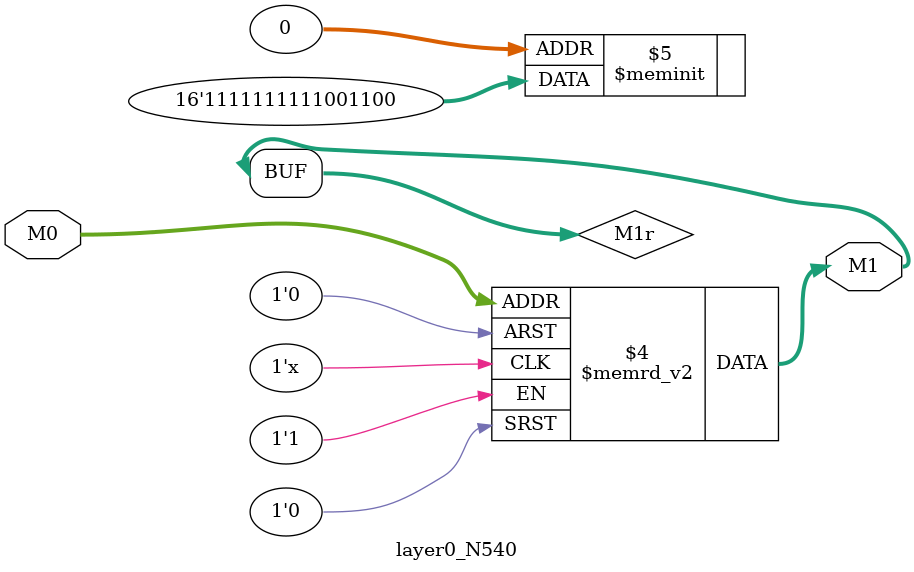
<source format=v>
module layer0_N540 ( input [2:0] M0, output [1:0] M1 );

	(*rom_style = "distributed" *) reg [1:0] M1r;
	assign M1 = M1r;
	always @ (M0) begin
		case (M0)
			3'b000: M1r = 2'b00;
			3'b100: M1r = 2'b11;
			3'b010: M1r = 2'b00;
			3'b110: M1r = 2'b11;
			3'b001: M1r = 2'b11;
			3'b101: M1r = 2'b11;
			3'b011: M1r = 2'b11;
			3'b111: M1r = 2'b11;

		endcase
	end
endmodule

</source>
